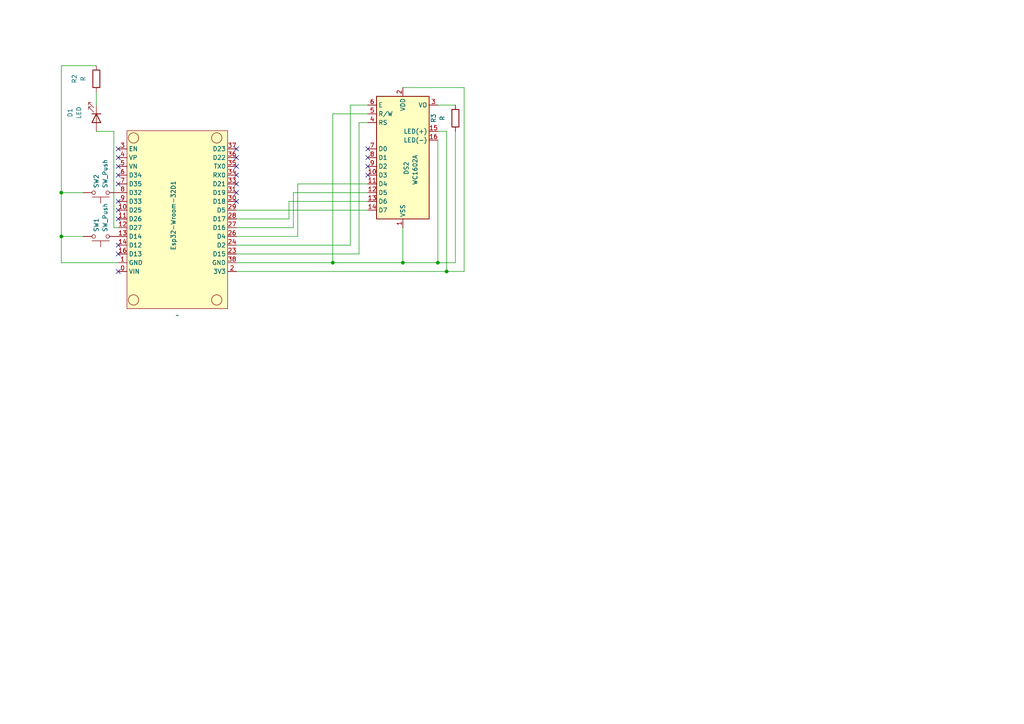
<source format=kicad_sch>
(kicad_sch (version 20231120) (generator "eeschema") (generator_version "8.0")
  (paper "A4")
  (lib_symbols
    (symbol "Device:LED" (pin_numbers hide) (pin_names (offset 1.016) hide)
      (property "Reference" "D" (at 0 2.54 0))
      (property "Value" "LED" (at 0 -2.54 0))
      (symbol "LED_0_1"
        (polyline (pts (xy -1.27 -1.27) (xy -1.27 1.27)) (stroke (width 0.254)))
        (polyline (pts (xy -1.27 0) (xy 1.27 0)))
        (polyline (pts (xy 1.27 -1.27) (xy 1.27 1.27) (xy -1.27 0) (xy 1.27 -1.27)) (stroke (width 0.254)))
        (polyline (pts (xy -3.048 -0.762) (xy -4.572 -2.286) (xy -3.81 -2.286) (xy -4.572 -2.286) (xy -4.572 -1.524)))
        (polyline (pts (xy -1.778 -0.762) (xy -3.302 -2.286) (xy -2.54 -2.286) (xy -3.302 -2.286) (xy -3.302 -1.524)))
      )
      (symbol "LED_1_1"
        (pin passive line (at -3.81 0 0) (length 2.54) (name "K") (number "1"))
        (pin passive line (at 3.81 0 180) (length 2.54) (name "A") (number "2"))
      )
    )
    (symbol "Device:R" (pin_numbers hide) (pin_names (offset 0))
      (property "Reference" "R" (at 2.032 0 90))
      (property "Value" "R" (at 0 0 90))
      (symbol "R_0_1"
        (rectangle (start -1.016 -2.54) (end 1.016 2.54) (stroke (width 0.254)))
      )
      (symbol "R_1_1"
        (pin passive line (at 0 3.81 270) (length 1.27) (name "~") (number "1"))
        (pin passive line (at 0 -3.81 90) (length 1.27) (name "~") (number "2"))
      )
    )
    (symbol "Display_Character:WC1602A"
      (property "Reference" "DS" (at -5.842 19.05 0))
      (property "Value" "WC1602A" (at 5.334 19.05 0))
      (symbol "WC1602A_1_1"
        (rectangle (start -7.62 17.78) (end 7.62 -17.78) (stroke (width 0.254)) (fill (type background)))
        (pin power_in line (at 0 -20.32 90) (length 2.54) (name "VSS") (number "1"))
        (pin input line (at -10.16 -5.08 0) (length 2.54) (name "D3") (number "10"))
        (pin input line (at -10.16 -7.62 0) (length 2.54) (name "D4") (number "11"))
        (pin input line (at -10.16 -10.16 0) (length 2.54) (name "D5") (number "12"))
        (pin input line (at -10.16 -12.7 0) (length 2.54) (name "D6") (number "13"))
        (pin input line (at -10.16 -15.24 0) (length 2.54) (name "D7") (number "14"))
        (pin power_in line (at 10.16 7.62 180) (length 2.54) (name "LED(+)") (number "15"))
        (pin power_in line (at 10.16 5.08 180) (length 2.54) (name "LED(-)") (number "16"))
        (pin power_in line (at 0 20.32 270) (length 2.54) (name "VDD") (number "2"))
        (pin input line (at 10.16 15.24 180) (length 2.54) (name "VO") (number "3"))
        (pin input line (at -10.16 10.16 0) (length 2.54) (name "RS") (number "4"))
        (pin input line (at -10.16 12.7 0) (length 2.54) (name "R/W") (number "5"))
        (pin input line (at -10.16 15.24 0) (length 2.54) (name "E") (number "6"))
        (pin input line (at -10.16 2.54 0) (length 2.54) (name "D0") (number "7"))
        (pin input line (at -10.16 0 0) (length 2.54) (name "D1") (number "8"))
        (pin input line (at -10.16 -2.54 0) (length 2.54) (name "D2") (number "9"))
      )
    )
    (symbol "Switch:SW_Push" (pin_numbers hide) (pin_names (offset 1.016) hide)
      (property "Reference" "SW" (at 1.27 2.54 0))
      (property "Value" "SW_Push" (at 0 -1.524 0))
      (symbol "SW_Push_0_1"
        (circle (center -2.032 0) (radius 0.508))
        (polyline (pts (xy 0 1.27) (xy 0 3.048)))
        (polyline (pts (xy 2.54 1.27) (xy -2.54 1.27)))
        (circle (center 2.032 0) (radius 0.508))
        (pin passive line (at -5.08 0 0) (length 2.54) (name "1") (number "1"))
        (pin passive line (at 5.08 0 180) (length 2.54) (name "2") (number "2"))
      )
    )
    (symbol "my_stuff:esp32-wroom-32d_my_version"
      (property "Reference" "Esp32-Wroom-32D1" (at 26.162 17.526 90))
      (property "Value" "~" (at 27.305 -11.43 0))
      (symbol "esp32-wroom-32d_my_version_1_1"
        (rectangle (start 12.7 42.075) (end 41.91 -9.525) (fill (type background)))
        (circle (center 14.605 -6.985) (radius 1.5))
        (circle (center 14.605 40.005) (radius 1.5))
        (circle (center 38.735 -6.985) (radius 1.5))
        (circle (center 38.735 40.005) (radius 1.5))
        (pin power_in line (at 10.16 1.27 0) (length 2.54) (name "VIN") (number "0"))
        (pin power_out line (at 10.16 3.81 0) (length 2.54) (name "GND") (number "1"))
        (pin bidirectional line (at 10.16 19.05 0) (length 2.54) (name "D25") (number "10"))
        (pin bidirectional line (at 10.16 16.51 0) (length 2.54) (name "D26") (number "11"))
        (pin bidirectional line (at 10.16 13.97 0) (length 2.54) (name "D27") (number "12"))
        (pin bidirectional line (at 10.16 11.43 0) (length 2.54) (name "D14") (number "13"))
        (pin bidirectional line (at 10.16 8.89 0) (length 2.54) (name "D12") (number "14"))
        (pin bidirectional line (at 10.16 6.35 0) (length 2.54) (name "D13") (number "16"))
        (pin power_out line (at 44.45 1.27 180) (length 2.54) (name "3V3") (number "2"))
        (pin bidirectional line (at 44.45 6.35 180) (length 2.54) (name "D15") (number "23"))
        (pin bidirectional line (at 44.45 8.89 180) (length 2.54) (name "D2") (number "24"))
        (pin bidirectional line (at 44.45 11.43 180) (length 2.54) (name "D4") (number "26"))
        (pin bidirectional line (at 44.45 13.97 180) (length 2.54) (name "D16") (number "27"))
        (pin bidirectional line (at 44.45 16.51 180) (length 2.54) (name "D17") (number "28"))
        (pin bidirectional line (at 44.45 19.05 180) (length 2.54) (name "D5") (number "29"))
        (pin bidirectional line (at 10.16 36.83 0) (length 2.54) (name "EN") (number "3"))
        (pin bidirectional line (at 44.45 21.59 180) (length 2.54) (name "D18") (number "30"))
        (pin bidirectional line (at 44.45 24.13 180) (length 2.54) (name "D19") (number "31"))
        (pin bidirectional line (at 44.45 26.67 180) (length 2.54) (name "D21") (number "33"))
        (pin bidirectional line (at 44.45 29.21 180) (length 2.54) (name "RX0") (number "34"))
        (pin bidirectional line (at 44.45 31.75 180) (length 2.54) (name "TX0") (number "35"))
        (pin bidirectional line (at 44.45 34.29 180) (length 2.54) (name "D22") (number "36"))
        (pin bidirectional line (at 44.45 36.83 180) (length 2.54) (name "D23") (number "37"))
        (pin power_out line (at 44.45 3.81 180) (length 2.54) (name "GND") (number "38"))
        (pin bidirectional line (at 10.16 34.29 0) (length 2.54) (name "VP") (number "4"))
        (pin bidirectional line (at 10.16 31.75 0) (length 2.54) (name "VN") (number "5"))
        (pin bidirectional line (at 10.16 29.21 0) (length 2.54) (name "D34") (number "6"))
        (pin bidirectional line (at 10.16 26.67 0) (length 2.54) (name "D35") (number "7"))
        (pin bidirectional line (at 10.16 24.13 0) (length 2.54) (name "D32") (number "8"))
        (pin bidirectional line (at 10.16 21.59 0) (length 2.54) (name "D33") (number "9"))
      )
    )
  )
  (junction (at 127 76.2))
  (junction (at 116.84 76.2))
  (junction (at 17.78 55.88))
  (junction (at 17.78 68.58))
  (junction (at 129.54 78.74))
  (junction (at 96.52 76.2))
  (no_connect (at 34.29 45.72))
  (no_connect (at 34.29 50.8))
  (no_connect (at 106.68 48.26))
  (no_connect (at 68.58 45.72))
  (no_connect (at 34.29 71.12))
  (no_connect (at 34.29 60.96))
  (no_connect (at 68.58 58.42))
  (no_connect (at 106.68 45.72))
  (no_connect (at 106.68 50.8))
  (no_connect (at 34.29 53.34))
  (no_connect (at 68.58 43.18))
  (no_connect (at 34.29 63.5))
  (no_connect (at 68.58 48.26))
  (no_connect (at 34.29 43.18))
  (no_connect (at 34.29 58.42))
  (no_connect (at 68.58 55.88))
  (no_connect (at 34.29 78.74))
  (no_connect (at 106.68 43.18))
  (no_connect (at 68.58 50.8))
  (no_connect (at 68.58 53.34))
  (no_connect (at 34.29 48.26))
  (no_connect (at 34.29 73.66))
  (wire (pts (xy 86.36 68.58) (xy 68.58 68.58)))
  (wire (pts (xy 17.78 76.2) (xy 17.78 68.58)))
  (wire (pts (xy 134.62 25.4) (xy 134.62 78.74)))
  (wire (pts (xy 96.52 33.02) (xy 96.52 76.2)))
  (wire (pts (xy 106.68 55.88) (xy 85.09 55.88)))
  (wire (pts (xy 106.68 33.02) (xy 96.52 33.02)))
  (wire (pts (xy 85.09 55.88) (xy 85.09 66.04)))
  (wire (pts (xy 34.29 66.04) (xy 33.02 66.04)))
  (wire (pts (xy 106.68 35.56) (xy 104.14 35.56)))
  (wire (pts (xy 132.08 38.1) (xy 132.08 76.2)))
  (wire (pts (xy 86.36 53.34) (xy 106.68 53.34)))
  (wire (pts (xy 106.68 58.42) (xy 83.82 58.42)))
  (wire (pts (xy 83.82 63.5) (xy 68.58 63.5)))
  (wire (pts (xy 68.58 73.66) (xy 104.14 73.66)))
  (wire (pts (xy 68.58 60.96) (xy 106.68 60.96)))
  (wire (pts (xy 24.13 68.58) (xy 17.78 68.58)))
  (wire (pts (xy 127 76.2) (xy 132.08 76.2)))
  (wire (pts (xy 85.09 66.04) (xy 68.58 66.04)))
  (wire (pts (xy 17.78 19.05) (xy 27.94 19.05)))
  (wire (pts (xy 17.78 55.88) (xy 24.13 55.88)))
  (wire (pts (xy 101.6 30.48) (xy 101.6 71.12)))
  (wire (pts (xy 127 30.48) (xy 132.08 30.48)))
  (wire (pts (xy 127 38.1) (xy 129.54 38.1)))
  (wire (pts (xy 116.84 66.04) (xy 116.84 76.2)))
  (wire (pts (xy 68.58 76.2) (xy 96.52 76.2)))
  (wire (pts (xy 129.54 38.1) (xy 129.54 78.74)))
  (wire (pts (xy 129.54 78.74) (xy 134.62 78.74)))
  (wire (pts (xy 33.02 66.04) (xy 33.02 38.1)))
  (wire (pts (xy 83.82 58.42) (xy 83.82 63.5)))
  (wire (pts (xy 106.68 30.48) (xy 101.6 30.48)))
  (wire (pts (xy 116.84 76.2) (xy 127 76.2)))
  (wire (pts (xy 34.29 76.2) (xy 17.78 76.2)))
  (wire (pts (xy 27.94 30.48) (xy 27.94 26.67)))
  (wire (pts (xy 68.58 71.12) (xy 101.6 71.12)))
  (wire (pts (xy 127 40.64) (xy 127 76.2)))
  (wire (pts (xy 68.58 78.74) (xy 129.54 78.74)))
  (wire (pts (xy 17.78 68.58) (xy 17.78 55.88)))
  (wire (pts (xy 104.14 35.56) (xy 104.14 73.66)))
  (wire (pts (xy 33.02 38.1) (xy 27.94 38.1)))
  (wire (pts (xy 116.84 25.4) (xy 134.62 25.4)))
  (wire (pts (xy 86.36 53.34) (xy 86.36 68.58)))
  (wire (pts (xy 17.78 55.88) (xy 17.78 19.05)))
  (wire (pts (xy 96.52 76.2) (xy 116.84 76.2)))
  (symbol (lib_id "Device:LED") (at 27.94 34.29 270) (unit 1)
    (property "Reference" "D1" (at 20.32 32.7025 0))
    (property "Value" "LED" (at 22.86 32.7025 0))
    (property "Footprint" "LED_THT:LED_D5.0mm" (effects (hide yes)))
    (property "Description" "Light emitting diode" (effects (hide yes)))
  )
  (symbol (lib_id "my_stuff:esp32-wroom-32d_my_version") (at 24.13 80.01 0) (unit 1)
    (property "Reference" "Esp32-Wroom-32D1" (at 50.292 62.484 90))
    (property "Value" "~" (at 51.435 91.44 0))
    (property "Footprint" "esp32_footprint:esp32_my_footpring" (effects (hide yes)))
  )
  (symbol (lib_id "Switch:SW_Push") (at 29.21 68.58 180) (unit 1)
    (property "Reference" "SW1" (at 27.9399 67.31 90) (effects (justify right)))
    (property "Value" "SW_Push" (at 30.4799 67.31 90) (effects (justify right)))
    (property "Footprint" "Button_Switch_THT:SW_PUSH_6mm_H5mm" (effects (hide yes)))
    (property "Description" "Push button switch, generic, two pins" (effects (hide yes)))
  )
  (symbol (lib_id "Device:R") (at 27.94 22.86 180) (unit 1)
    (property "Reference" "R2" (at 21.59 22.86 90))
    (property "Value" "R" (at 24.13 22.86 90))
    (property "Footprint" "Resistor_THT:R_Axial_DIN0207_L6.3mm_D2.5mm_P7.62mm_Horizontal" (effects (hide yes)))
    (property "Description" "Resistor" (effects (hide yes)))
  )
  (symbol (lib_id "Display_Character:WC1602A") (at 116.84 45.72 0) (unit 1)
    (property "Reference" "DS2" (at 117.856 48.768 90))
    (property "Value" "WC1602A" (at 120.396 49.276 90))
    (property "Footprint" "Display:WC1602A" (effects (hide yes)))
    (property "Datasheet" "http://www.wincomlcd.com/pdf/WC1602A-SFYLYHTC06.pdf" (effects (hide yes)))
    (property "Description" "LCD 16x2 Alphanumeric , 8 bit parallel bus, 5V VDD" (effects (hide yes)))
  )
  (symbol (lib_id "Device:R") (at 132.08 34.29 180) (unit 1)
    (property "Reference" "R3" (at 125.73 34.29 90))
    (property "Value" "R" (at 128.27 34.29 90))
    (property "Footprint" "Resistor_THT:R_Axial_DIN0207_L6.3mm_D2.5mm_P7.62mm_Horizontal" (effects (hide yes)))
    (property "Description" "Resistor" (effects (hide yes)))
  )
  (symbol (lib_id "Switch:SW_Push") (at 29.21 55.88 180) (unit 1)
    (property "Reference" "SW2" (at 27.9399 54.61 90) (effects (justify right)))
    (property "Value" "SW_Push" (at 30.4799 54.61 90) (effects (justify right)))
    (property "Footprint" "Button_Switch_THT:SW_PUSH_6mm_H5mm" (effects (hide yes)))
    (property "Description" "Push button switch, generic, two pins" (effects (hide yes)))
  )
)
</source>
